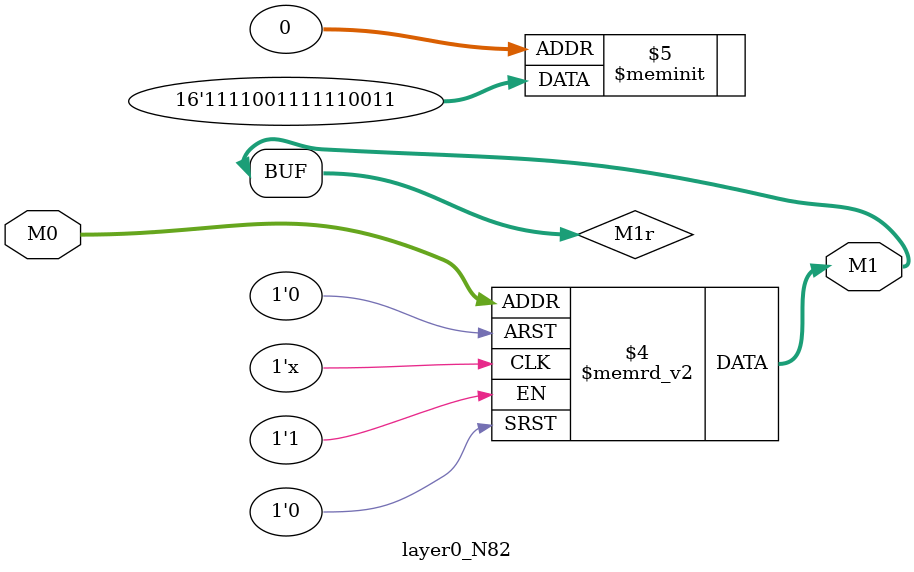
<source format=v>
module layer0_N82 ( input [2:0] M0, output [1:0] M1 );

	(*rom_style = "distributed" *) reg [1:0] M1r;
	assign M1 = M1r;
	always @ (M0) begin
		case (M0)
			3'b000: M1r = 2'b11;
			3'b100: M1r = 2'b11;
			3'b010: M1r = 2'b11;
			3'b110: M1r = 2'b11;
			3'b001: M1r = 2'b00;
			3'b101: M1r = 2'b00;
			3'b011: M1r = 2'b11;
			3'b111: M1r = 2'b11;

		endcase
	end
endmodule

</source>
